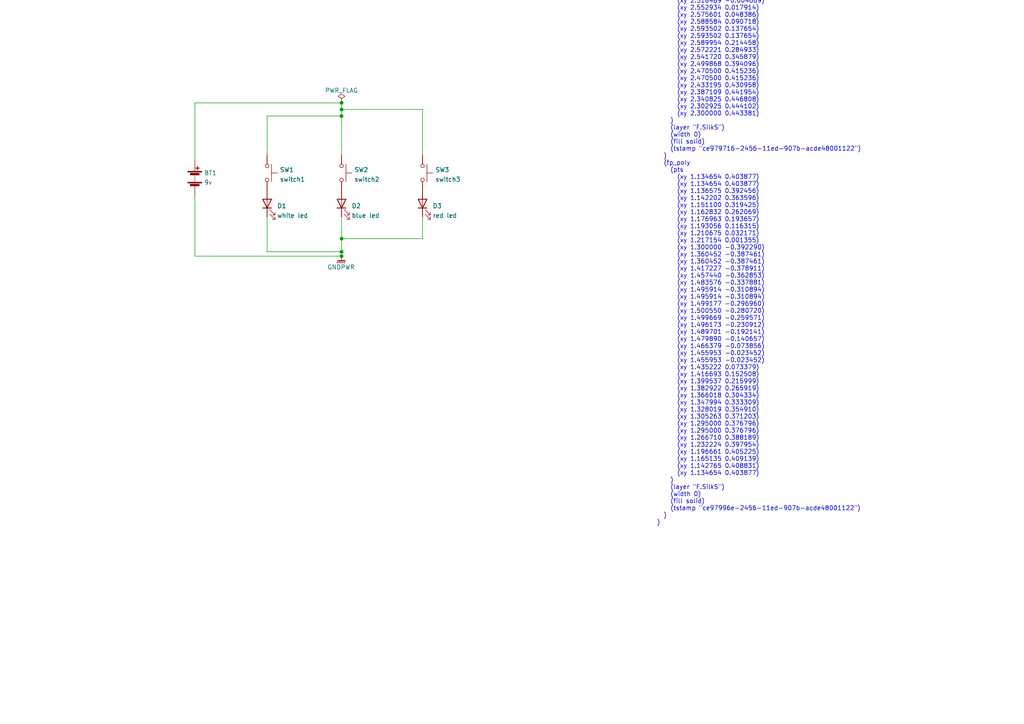
<source format=kicad_sch>
(kicad_sch (version 20211123) (generator eeschema)
  (paper "A4")
  (junction (at 99.06 29.845))
  (junction (at 99.06 31.75))
  (junction (at 99.06 33.655))
  (junction (at 99.06 73.025))
  (junction (at 99.06 69.215))
  (junction (at 99.06 74.295))
  (wire (pts (xy 77.47 33.655) (xy 99.06 33.655)))
  (wire (pts (xy 99.06 73.025) (xy 99.06 74.295)))
  (wire (pts (xy 56.515 29.845) (xy 99.06 29.845)))
  (wire (pts (xy 99.06 62.865) (xy 99.06 69.215)))
  (wire (pts (xy 56.515 56.515) (xy 56.515 74.295)))
  (wire (pts (xy 99.06 33.655) (xy 99.06 45.085)))
  (wire (pts (xy 122.555 45.085) (xy 122.555 31.75)))
  (wire (pts (xy 99.06 69.215) (xy 99.06 73.025)))
  (wire (pts (xy 56.515 74.295) (xy 99.06 74.295)))
  (wire (pts (xy 99.06 31.75) (xy 99.06 33.655)))
  (wire (pts (xy 56.515 46.355) (xy 56.515 29.845)))
  (wire (pts (xy 77.47 45.085) (xy 77.47 33.655)))
  (wire (pts (xy 77.47 62.865) (xy 77.47 73.025)))
  (wire (pts (xy 99.06 69.215) (xy 122.555 69.215)))
  (wire (pts (xy 122.555 62.865) (xy 122.555 69.215)))
  (wire (pts (xy 99.06 29.845) (xy 99.06 31.75)))
  (wire (pts (xy 122.555 31.75) (xy 99.06 31.75)))
  (wire (pts (xy 77.47 73.025) (xy 99.06 73.025)))
  (text "(footprint \"Graphics\"\n  (layer \"F.SilkS\")\n  (at 0 0)\n  (attr board_only exclude_from_pos_files exclude_from_bom)\n  (tstamp \"ce9799be-2456-11ed-907b-acde48001122\")\n  (tedit \"ce9799dc-2456-11ed-907b-acde48001122\")\n  (fp_poly\n    (pts\n      (xy 0.876140 -1.204980)\n      (xy 1.287760 -1.204960)\n      (xy 1.680640 -1.204920)\n      (xy 2.055200 -1.204870)\n      (xy 2.411850 -1.204810)\n      (xy 2.751020 -1.204730)\n      (xy 3.073130 -1.204640)\n      (xy 3.378590 -1.204530)\n      (xy 3.667820 -1.204410)\n      (xy 3.941250 -1.204270)\n      (xy 4.199290 -1.204110)\n      (xy 4.442370 -1.203930)\n      (xy 4.670890 -1.203730)\n      (xy 4.885290 -1.203510)\n      (xy 5.085980 -1.203270)\n      (xy 5.273380 -1.203000)\n      (xy 5.447910 -1.202720)\n      (xy 5.609980 -1.202410)\n      (xy 5.760030 -1.202070)\n      (xy 5.898460 -1.201710)\n      (xy 6.025700 -1.201320)\n      (xy 6.142170 -1.200900)\n      (xy 6.248280 -1.200460)\n      (xy 6.344460 -1.199980)\n      (xy 6.431120 -1.199480)\n      (xy 6.508690 -1.198940)\n      (xy 6.577580 -1.198370)\n      (xy 6.638220 -1.197770)\n      (xy 6.691010 -1.197140)\n      (xy 6.736390 -1.196470)\n      (xy 6.774770 -1.195770)\n      (xy 6.806570 -1.195030)\n      (xy 6.832200 -1.194250)\n      (xy 6.852100 -1.193440)\n      (xy 6.866680 -1.192590)\n      (xy 6.876350 -1.191690)\n      (xy 6.880000 -1.191130)\n      (xy 7.029290 -1.151890)\n      (xy 7.170880 -1.095440)\n      (xy 7.303380 -1.023010)\n      (xy 7.425370 -0.935830)\n      (xy 7.535420 -0.835100)\n      (xy 7.632140 -0.722060)\n      (xy 7.714100 -0.597930)\n      (xy 7.779890 -0.463920)\n      (xy 7.807630 -0.389600)\n      (xy 7.834860 -0.299300)\n      (xy 7.853280 -0.215030)\n      (xy 7.864100 -0.129140)\n      (xy 7.868520 -0.033960)\n      (xy 7.868770 0.000000)\n      (xy 7.859450 0.158100)\n      (xy 7.831560 0.308810)\n      (xy 7.785190 0.451910)\n      (xy 7.720430 0.587170)\n      (xy 7.637380 0.714380)\n      (xy 7.536130 0.833320)\n      (xy 7.494090 0.875180)\n      (xy 7.386880 0.966840)\n      (xy 7.272290 1.043610)\n      (xy 7.147540 1.106980)\n      (xy 7.009830 1.158430)\n      (xy 6.908240 1.187140)\n      (xy 6.903030 1.188260)\n      (xy 6.896190 1.189330)\n      (xy 6.887280 1.190350)\n      (xy 6.875860 1.191320)\n      (xy 6.861460 1.192250)\n      (xy 6.843670 1.193140)\n      (xy 6.822020 1.193980)\n      (xy 6.796070 1.194780)\n      (xy 6.765390 1.195540)\n      (xy 6.729520 1.196260)\n      (xy 6.688010 1.196940)\n      (xy 6.640440 1.197580)\n      (xy 6.586340 1.198190)\n      (xy 6.525280 1.198770)\n      (xy 6.456820 1.199310)\n      (xy 6.380490 1.199820)\n      (xy 6.295880 1.200300)\n      (xy 6.202510 1.200740)\n      (xy 6.099970 1.201170)\n      (xy 5.987780 1.201560)\n      (xy 5.865530 1.201930)\n      (xy 5.732750 1.202270)\n      (xy 5.589010 1.202590)\n      (xy 5.433850 1.202890)\n      (xy 5.266840 1.203160)\n      (xy 5.087530 1.203420)\n      (xy 4.895480 1.203650)\n      (xy 4.690240 1.203870)\n      (xy 4.471360 1.204080)\n      (xy 4.238410 1.204270)\n      (xy 3.990930 1.204440)\n      (xy 3.728490 1.204600)\n      (xy 3.450630 1.204750)\n      (xy 3.156920 1.204890)\n      (xy 2.846900 1.205020)\n      (xy 2.520140 1.205140)\n      (xy 2.176190 1.205260)\n      (xy 1.814600 1.205370)\n      (xy 1.434940 1.205480)\n      (xy 1.036740 1.205580)\n      (xy 0.619580 1.205680)\n      (xy 0.183010 1.205780)\n      (xy 0.040000 1.205820)\n      (xy -0.328190 1.205890)\n      (xy -0.691500 1.205960)\n      (xy -1.049390 1.206010)\n      (xy -1.401370 1.206060)\n      (xy -1.746900 1.206090)\n      (xy -2.085480 1.206110)\n      (xy -2.416600 1.206120)\n      (xy -2.739720 1.206120)\n      (xy -3.054350 1.206110)\n      (xy -3.359950 1.206090)\n      (xy -3.656020 1.206060)\n      (xy -3.942050 1.206020)\n      (xy -4.217500 1.205970)\n      (xy -4.481880 1.205910)\n      (xy -4.734660 1.205840)\n      (xy -4.975320 1.205770)\n      (xy -5.203360 1.205680)\n      (xy -5.418250 1.205580)\n      (xy -5.619480 1.205480)\n      (xy -5.806530 1.205360)\n      (xy -5.978890 1.205240)\n      (xy -6.136030 1.205110)\n      (xy -6.277460 1.204970)\n      (xy -6.402640 1.204820)\n      (xy -6.511070 1.204670)\n      (xy -6.602220 1.204510)\n      (xy -6.675590 1.204340)\n      (xy -6.730650 1.204160)\n      (xy -6.766890 1.203980)\n      (xy -6.783790 1.203790)\n      (xy -6.785000 1.203730)\n      (xy -6.896800 1.184810)\n      (xy -6.994350 1.161850)\n      (xy -7.083280 1.133140)\n      (xy -7.169200 1.096980)\n      (xy -7.217570 1.073130)\n      (xy -7.350020 0.993710)\n      (xy -7.469880 0.899250)\n      (xy -7.576260 0.790930)\n      (xy -7.668260 0.669930)\n      (xy -7.745000 0.537420)\n      (xy -7.805580 0.394600)\n      (xy -7.842710 0.265000)\n      (xy -6.661760 0.265000)\n      (xy -6.660370 0.344790)\n      (xy -6.646360 0.429750)\n      (xy -6.621380 0.511060)\n      (xy -6.610920 0.535810)\n      (xy -6.567530 0.607260)\n      (xy -6.508220 0.669510)\n      (xy -6.435730 0.720490)\n      (xy -6.352820 0.758110)\n      (xy -6.295000 0.774330)\n      (xy -6.233580 0.784970)\n      (xy -6.175000 0.788620)\n      (xy -6.111220 0.785450)\n      (xy -6.058840 0.779210)\n      (xy -5.957520 0.756850)\n      (xy -5.864070 0.719810)\n      (xy -5.781510 0.669650)\n      (xy -5.712850 0.607910)\n      (xy -5.701930 0.595370)\n      (xy -5.665570 0.545250)\n      (xy -5.628290 0.482420)\n      (xy -5.593730 0.413650)\n      (xy -5.565520 0.345710)\n      (xy -5.560610 0.331790)\n      (xy -5.557100 0.320120)\n      (xy -5.466280 0.320120)\n      (xy -5.456130 0.420700)\n      (xy -5.429520 0.515720)\n      (xy -5.409350 0.561240)\n      (xy -5.368960 0.621180)\n      (xy -5.312970 0.675940)\n      (xy -5.245640 0.722560)\n      (xy -5.171260 0.758050)\n      (xy -5.095000 0.779320)\n      (xy -5.037120 0.785090)\n      (xy -4.968040 0.785260)\n      (xy -4.895610 0.780300)\n      (xy -4.827670 0.770740)\n      (xy -4.778630 0.759150)\n      (xy -4.677010 0.717970)\n      (xy -4.584770 0.659640)\n      (xy -4.502700 0.585060)\n      (xy -4.431560 0.495120)\n      (xy -4.372140 0.390740)\n      (xy -4.325220 0.272810)\n      (xy -4.308240 0.215000)\n      (xy -4.298310 0.175280)\n      (xy -4.291160 0.140070)\n      (xy -4.286340 0.104570)\n      (xy -4.283350 0.064000)\n      (xy -4.281730 0.013550)\n      (xy -4.281000 -0.051560)\n      (xy -4.280960 -0.060000)\n      (xy -4.280970 -0.061390)\n      (xy -4.179170 -0.061390)\n      (xy -4.174670 -0.046660)\n      (xy -4.163080 -0.024830)\n      (xy -4.143010 0.007300)\n      (xy -4.114500 0.050750)\n      (xy -4.085850 0.092790)\n      (xy -4.059530 0.129020)\n      (xy -4.038220 0.155960)\n      (xy -4.024560 0.170090)\n      (xy -4.023250 0.170940)\n      (xy -4.012200 0.175130)\n      (xy -3.999650 0.174650)\n      (xy -3.982580 0.168030)\n      (xy -3.957960 0.153800)\n      (xy -3.922800 0.130490)\n      (xy -3.882010 0.102210)\n      (xy -3.847940 0.079290)\n      (xy -3.820180 0.062340)\n      (xy -3.802560 0.053590)\n      (xy -3.798500 0.053170)\n      (xy -3.799130 0.064070)\n      (xy -3.803940 0.091550)\n      (xy -3.812340 0.132780)\n      (xy -3.823750 0.184930)\n      (xy -3.837570 0.245150)\n      (xy -3.845070 0.276850)\n      (xy -3.864840 0.362130)\n      (xy -3.879190 0.431020)\n      (xy -3.888280 0.486350)\n      (xy -3.892280 0.530940)\n      (xy -3.891340 0.567600)\n      (xy -3.885640 0.599150)\n      (xy -3.875340 0.628420)\n      (xy -3.866700 0.646670)\n      (xy -3.828280 0.701100)\n      (xy -3.776850 0.743100)\n      (xy -3.715830 0.771580)\n      (xy -3.648680 0.785470)\n      (xy -3.578830 0.783690)\n      (xy -3.509740 0.765160)\n      (xy -3.500850 0.761400)\n      (xy -3.479360 0.750000)\n      (xy -3.445430 0.729770)\n      (xy -3.427550 0.718620)\n      (xy -3.046630 0.718620)\n      (xy -3.045530 0.728910)\n      (xy -3.043010 0.735740)\n      (xy -3.039350 0.740720)\n      (xy -3.039290 0.740780)\n      (xy -3.030710 0.748320)\n      (xy -3.018620 0.753590)\n      (xy -2.999670 0.757010)\n      (xy -2.970490 0.758950)\n      (xy -2.927710 0.759820)\n      (xy -2.874670 0.760000)\n      (xy -2.812540 0.759500)\n      (xy -2.767940 0.757870)\n      (xy -2.738430 0.754890)\n      (xy -2.721570 0.750370)\n      (xy -2.716360 0.746630)\n      (xy -2.711600 0.733860)\n      (xy -2.703380 0.703970)\n      (xy -2.692270 0.659440)\n      (xy -2.678870 0.602750)\n      (xy -2.663770 0.536360)\n      (xy -2.647560 0.462740)\n      (xy -2.639360 0.424640)\n      (xy -2.622580 0.347370)\n      (xy -2.606400 0.275230)\n      (xy -2.591430 0.210870)\n      (xy -2.578330 0.156940)\n      (xy -2.567730 0.116090)\n      (xy -2.560260 0.090970)\n      (xy -2.558080 0.085500)\n      (xy -2.530500 0.043520)\n      (xy -2.494700 0.006310)\n      (xy -2.463000 -0.015890)\n      (xy -2.424880 -0.027770)\n      (xy -2.381840 -0.029320)\n      (xy -2.342360 -0.020900)\n      (xy -2.322120 -0.009880)\n      (xy -2.308150 0.002850)\n      (xy -2.298280 0.017550)\n      (xy -2.292550 0.036670)\n      (xy -2.291050 0.062660)\n      (xy -2.293850 0.097980)\n      (xy -2.301020 0.145090)\n      (xy -2.312640 0.206450)\n      (xy -2.328770 0.284500)\n      (xy -2.331130 0.295660)\n      (xy -2.346480 0.368710)\n      (xy -2.357910 0.425210)\n      (xy -2.365810 0.468140)\n      (xy -2.370560 0.500490)\n      (xy -2.372540 0.525230)\n      (xy -2.372140 0.545340)\n      (xy -2.369750 0.563820)\n      (xy -2.367330 0.576260)\n      (xy -2.344980 0.644280)\n      (xy -2.308640 0.698820)\n      (xy -2.257090 0.741270)\n      (xy -2.191680 0.772100)\n      (xy -2.126250 0.785440)\n      (xy -2.055450 0.782070)\n      (xy -1.984280 0.762350)\n      (xy -1.968680 0.755680)\n      (xy -1.928530 0.735260)\n      (xy -1.887020 0.711090)\n      (xy -1.869940 0.699960)\n      (xy -1.824250 0.668520)\n      (xy -1.830810 0.694660)\n      (xy -1.830020 0.724100)\n      (xy -1.819640 0.740400)\n      (xy -1.811030 0.748070)\n      (xy -1.799170 0.753450)\n      (xy -1.780670 0.756930)\n      (xy -1.752150 0.758910)\n      (xy -1.710250 0.759800)\n      (xy -1.654670 0.760000)\n      (xy -1.592540 0.759500)\n      (xy -1.547940 0.757870)\n      (xy -1.518430 0.754890)\n      (xy -1.501570 0.750370)\n      (xy -1.496360 0.746630)\n      (xy -1.491600 0.733860)\n      (xy -1.483380 0.703970)\n      (xy -1.472270 0.659440)\n      (xy -1.458870 0.602750)\n      (xy -1.443770 0.536360)\n      (xy -1.427560 0.462740)\n      (xy -1.419360 0.424640)\n      (xy -1.402580 0.347370)\n      (xy -1.386400 0.275230)\n      (xy -1.371430 0.210870)\n      (xy -1.358330 0.156940)\n      (xy -1.347730 0.116090)\n      (xy -1.340260 0.090970)\n      (xy -1.338080 0.085500)\n      (xy -1.310500 0.043520)\n      (xy -1.274700 0.006310)\n      (xy -1.243000 -0.015890)\n      (xy -1.204880 -0.027770)\n      (xy -1.161840 -0.029320)\n      (xy -1.122360 -0.020900)\n      (xy -1.102120 -0.009880)\n      (xy -1.088150 0.002850)\n      (xy -1.078280 0.017550)\n      (xy -1.072550 0.036670)\n      (xy -1.071050 0.062660)\n      (xy -1.073850 0.097980)\n      (xy -1.081020 0.145090)\n      (xy -1.092640 0.206450)\n      (xy -1.108770 0.284500)\n      (xy -1.111130 0.295660)\n      (xy -1.126480 0.368710)\n      (xy -1.137910 0.425210)\n      (xy -1.145810 0.468140)\n      (xy -1.150560 0.500490)\n      (xy -1.152540 0.525230)\n      (xy -1.152140 0.545340)\n      (xy -1.149750 0.563820)\n      (xy -1.147330 0.576260)\n      (xy -1.136500 0.614970)\n      (xy -1.121910 0.651710)\n      (xy -1.113970 0.666660)\n      (xy -1.074360 0.713040)\n      (xy -1.021080 0.750000)\n      (xy -0.959140 0.775290)\n      (xy -0.893550 0.786690)\n      (xy -0.848810 0.785280)\n      (xy -0.807700 0.776050)\n      (xy -0.760950 0.759030)\n      (xy -0.712210 0.736380)\n      (xy -0.665090 0.710230)\n      (xy -0.623240 0.682740)\n      (xy -0.590300 0.656040)\n      (xy -0.569890 0.632290)\n      (xy -0.565000 0.617900)\n      (xy -0.570430 0.601300)\n      (xy -0.584910 0.572780)\n      (xy -0.593710 0.557540)\n      (xy 0.614490 0.557540)\n      (xy 0.614510 0.608410)\n      (xy 0.615780 0.657300)\n      (xy 0.618290 0.699820)\n      (xy 0.622030 0.731580)\n      (xy 0.627000 0.748180)\n      (xy 0.627500 0.748780)\n      (xy 0.641550 0.752890)\n      (xy 0.672720 0.755980)\n      (xy 0.718160 0.758090)\n      (xy 0.775010 0.759280)\n      (xy 0.840430 0.759600)\n      (xy 0.911570 0.759110)\n      (xy 0.985560 0.757840)\n      (xy 1.059580 0.755870)\n      (xy 1.130750 0.753220)\n      (xy 1.196230 0.749970)\n      (xy 1.253170 0.746150)\n      (xy 1.298720 0.741830)\n      (xy 1.330020 0.737040)\n      (xy 1.334470 0.736000)\n      (xy 1.436330 0.700340)\n      (xy 1.525350 0.649390)\n      (xy 1.601610 0.583080)\n      (xy 1.665180 0.501330)\n      (xy 1.716120 0.404090)\n      (xy 1.735810 0.352750)\n      (xy 1.740720 0.336010)\n      (xy 1.840850 0.336010)\n      (xy 1.848620 0.420110)\n      (xy 1.869020 0.497620)\n      (xy 1.889700 0.547470)\n      (xy 1.937290 0.626720)\n      (xy 1.997160 0.691340)\n      (xy 2.067320 0.740350)\n      (xy 2.145810 0.772740)\n      (xy 2.230640 0.787510)\n      (xy 2.319830 0.783650)\n      (xy 2.347010 0.778750)\n      (xy 2.425710 0.754450)\n      (xy 2.492000 0.718230)\n      (xy 2.521710 0.694040)\n      (xy 2.556600 0.661130)\n      (xy 2.587400 0.696210)\n      (xy 2.640390 0.742320)\n      (xy 2.703610 0.771440)\n      (xy 2.777480 0.783740)\n      (xy 2.795000 0.784210)\n      (xy 2.839970 0.782920)\n      (xy 2.875040 0.777150)\n      (xy 2.910170 0.764730)\n      (xy 2.935000 0.753360)\n      (xy 2.985710 0.726600)\n      (xy 3.032860 0.697230)\n      (xy 3.073320 0.667690)\n      (xy 3.103920 0.640390)\n      (xy 3.121520 0.617780)\n      (xy 3.124520 0.607390)\n      (xy 3.118860 0.590870)\n      (xy 3.103770 0.562050)\n      (xy 3.081500 0.524890)\n      (xy 3.054290 0.483320)\n      (xy 3.052020 0.480000)\n      (xy 3.016080 0.429700)\n      (xy 2.987670 0.395490)\n      (xy 2.964790 0.375900)\n      (xy 2.959630 0.374170)\n      (xy 3.096900 0.374170)\n      (xy 3.099850 0.434790)\n      (xy 3.106590 0.483360)\n      (xy 3.109620 0.495610)\n      (xy 3.143590 0.583670)\n      (xy 3.190110 0.656230)\n      (xy 3.249050 0.713150)\n      (xy 3.320250 0.754320)\n      (xy 3.403600 0.779620)\n      (xy 3.441690 0.785420)\n      (xy 3.525830 0.786600)\n      (xy 3.613040 0.773120)\n      (xy 3.694780 0.746500)\n      (xy 3.717020 0.736150)\n      (xy 3.784030 0.702330)\n      (xy 3.777870 0.733670)\n      (xy 3.771150 0.765070)\n      (xy 3.765140 0.790000)\n      (xy 3.758570 0.815000)\n      (xy 3.485110 0.817660)\n      (xy 3.388800 0.819020)\n      (xy 3.311910 0.821020)\n      (xy 3.254590 0.823660)\n      (xy 3.216970 0.826930)\n      (xy 3.199190 0.830820)\n      (xy 3.198330 0.831390)\n      (xy 3.192940 0.845620)\n      (xy 3.188830 0.875400)\n      (xy 3.186000 0.916300)\n      (xy 3.184470 0.963920)\n      (xy 3.184270 1.013830)\n      (xy 3.185410 1.061610)\n      (xy 3.187910 1.102860)\n      (xy 3.191790 1.133150)\n      (xy 3.197000 1.148000)\n      (xy 3.210210 1.151410)\n      (xy 3.240590 1.154300)\n      (xy 3.285340 1.156650)\n      (xy 3.341620 1.158460)\n      (xy 3.406640 1.159740)\n      (xy 3.477570 1.160490)\n      (xy 3.551590 1.160700)\n      (xy 3.625890 1.160380)\n      (xy 3.697650 1.159530)\n      (xy 3.764050 1.158130)\n      (xy 3.822290 1.156200)\n      (xy 3.869540 1.153740)\n      (xy 3.902980 1.150730)\n      (xy 3.917360 1.148110)\n      (xy 3.958030 1.128670)\n      (xy 4.000120 1.096870)\n      (xy 4.037510 1.058390)\n      (xy 4.064050 1.018940)\n      (xy 4.069180 1.007220)\n      (xy 4.073720 0.990860)\n      (xy 4.081820 0.957200)\n      (xy 4.093060 0.908270)\n      (xy 4.107010 0.846120)\n      (xy 4.123220 0.772780)\n      (xy 4.141270 0.690300)\n      (xy 4.160720 0.600710)\n      (xy 4.181130 0.506060)\n      (xy 4.195300 0.440000)\n      (xy 4.321440 0.440000)\n      (xy 4.321830 0.488450)\n      (xy 4.324680 0.523650)\n      (xy 4.331080 0.552330)\n      (xy 4.342150 0.581190)\n      (xy 4.346350 0.590460)\n      (xy 4.366270 0.627940)\n      (xy 4.389460 0.663870)\n      (xy 4.402820 0.680990)\n      (xy 4.442620 0.716370)\n      (xy 4.494100 0.748320)\n      (xy 4.549010 0.772150)\n      (xy 4.577230 0.780000)\n      (xy 4.636490 0.786130)\n      (xy 4.703900 0.782980)\n      (xy 4.770350 0.771360)\n      (xy 4.808450 0.759720)\n      (xy 4.863030 0.732140)\n      (xy 4.912030 0.694600)\n      (xy 4.912670 0.693990)\n      (xy 4.936380 0.671780)\n      (xy 4.953350 0.656860)\n      (xy 4.959630 0.652560)\n      (xy 4.989000 0.693930)\n      (xy 5.032970 0.731720)\n      (xy 5.086160 0.762350)\n      (xy 5.143190 0.782260)\n      (xy 5.160950 0.785720)\n      (xy 5.208740 0.786810)\n      (xy 5.264270 0.778560)\n      (xy 5.318640 0.762720)\n      (xy 5.349890 0.748780)\n      (xy 5.387290 0.726450)\n      (xy 5.425300 0.699970)\n      (xy 5.459600 0.672810)\n      (xy 5.485870 0.648400)\n      (xy 5.499810 0.630190)\n      (xy 5.500520 0.628360)\n      (xy 5.499520 0.613190)\n      (xy 5.488820 0.588390)\n      (xy 5.467380 0.551940)\n      (xy 5.438400 0.508030)\n      (xy 5.399090 0.452560)\n      (xy 5.367820 0.413850)\n      (xy 5.343550 0.390850)\n      (xy 5.325210 0.382490)\n      (xy 5.315440 0.384730)\n      (xy 5.305860 0.385750)\n      (xy 5.305020 0.383090)\n      (xy 5.307090 0.371700)\n      (xy 5.312950 0.343150)\n      (xy 5.322090 0.299780)\n      (xy 5.334020 0.243970)\n      (xy 5.348230 0.178070)\n      (xy 5.364210 0.104440)\n      (xy 5.375000 0.055000)\n      (xy 5.391910 -0.022970)\n      (xy 5.407350 -0.095320)\n      (xy 5.413040 -0.122480)\n      (xy 5.535480 -0.122480)\n      (xy 5.535480 -0.122130)\n      (xy 5.541710 -0.103700)\n      (xy 5.558050 -0.074580)\n      (xy 5.581610 -0.038660)\n      (xy 5.609480 0.000210)\n      (xy 5.638780 0.038150)\n      (xy 5.666600 0.071290)\n      (xy 5.690060 0.095760)\n      (xy 5.706250 0.107700)\n      (xy 5.707840 0.108160)\n      (xy 5.725480 0.104480)\n      (xy 5.751270 0.091370)\n      (xy 5.767110 0.080760)\n      (xy 5.792040 0.063310)\n      (xy 5.810260 0.052170)\n      (xy 5.815690 0.050000)\n      (xy 5.817110 0.053870)\n      (xy 5.816160 0.066630)\n      (xy 5.812510 0.089970)\n      (xy 5.805840 0.125580)\n      (xy 5.795840 0.175180)\n      (xy 5.782170 0.240440)\n      (xy 5.764510 0.323090)\n      (xy 5.759260 0.347500)\n      (xy 5.743640 0.420000)\n      (xy 5.660030 0.420000)\n      (xy 5.618160 0.420360)\n      (xy 5.587920 0.423300)\n      (xy 5.567430 0.431620)\n      (xy 5.554780 0.448130)\n      (xy 5.548090 0.475620)\n      (xy 5.545460 0.516900)\n      (xy 5.545000 0.574760)\n      (xy 5.545000 0.590000)\n      (xy 5.545410 0.647930)\n      (xy 5.546840 0.689090)\n      (xy 5.549630 0.716710)\n      (xy 5.554110 0.733990)\n      (xy 5.560600 0.744170)\n      (xy 5.560710 0.744290)\n      (xy 5.566950 0.748470)\n      (xy 5.577720 0.751850)\n      (xy 5.594990 0.754520)\n      (xy 5.620700 0.756550)\n      (xy 5.656820 0.758020)\n      (xy 5.705300 0.759020)\n      (xy 5.768090 0.759630)\n      (xy 5.847140 0.759930)\n      (xy 5.935000 0.760000)\n      (xy 6.030580 0.759910)\n      (xy 6.108110 0.759590)\n      (xy 6.169550 0.758950)\n      (xy 6.216850 0.757910)\n      (xy 6.251970 0.756390)\n      (xy 6.276860 0.754310)\n      (xy 6.293470 0.751580)\n      (xy 6.303760 0.748130)\n      (xy 6.309290 0.744290)\n      (xy 6.315810 0.734190)\n      (xy 6.320310 0.717030)\n      (xy 6.323130 0.689590)\n      (xy 6.324580 0.648640)\n      (xy 6.325000 0.590980)\n      (xy 6.325000 0.590000)\n      (xy 6.324830 0.528100)\n      (xy 6.322910 0.483400)\n      (xy 6.317120 0.453100)\n      (xy 6.305310 0.434410)\n      (xy 6.285380 0.424530)\n      (xy 6.255180 0.420650)\n      (xy 6.212600 0.419990)\n      (xy 6.195740 0.420000)\n      (xy 6.097910 0.420000)\n      (xy 6.131290 0.267500)\n      (xy 6.148280 0.192190)\n      (xy 6.162810 0.133820)\n      (xy 6.175890 0.089630)\n      (xy 6.188520 0.056850)\n      (xy 6.201720 0.032740)\n      (xy 6.216460 0.014530)\n      (xy 6.226490 0.005280)\n      (xy 6.254310 -0.012400)\n      (xy 6.287180 -0.019440)\n      (xy 6.304540 -0.020000)\n      (xy 6.338810 -0.017530)\n      (xy 6.360910 -0.007910)\n      (xy 6.373130 0.012150)\n      (xy 6.377750 0.045960)\n      (xy 6.377500 0.085390)\n      (xy 6.376610 0.120750)\n      (xy 6.378480 0.146470)\n      (xy 6.385770 0.163860)\n      (xy 6.401100 0.174190)\n      (xy 6.427130 0.178760)\n      (xy 6.466480 0.178870)\n      (xy 6.521790 0.175800)\n      (xy 6.557350 0.173400)\n      (xy 6.620900 0.168810)\n      (xy 6.667520 0.163620)\n      (xy 6.700210 0.155870)\n      (xy 6.721990 0.143580)\n      (xy 6.735860 0.124780)\n      (xy 6.744850 0.097490)\n      (xy 6.751960 0.059740)\n      (xy 6.754480 0.044250)\n      (xy 6.761490 -0.046100)\n      (xy 6.752530 -0.127760)\n      (xy 6.728170 -0.199390)\n      (xy 6.688990 -0.259650)\n      (xy 6.635570 -0.307180)\n      (xy 6.592420 -0.331100)\n      (xy 6.558800 -0.343950)\n      (xy 6.524610 -0.351180)\n      (xy 6.482180 -0.354080)\n      (xy 6.455000 -0.354320)\n      (xy 6.372460 -0.347560)\n      (xy 6.302820 -0.327260)\n      (xy 6.243430 -0.292490)\n      (xy 6.217990 -0.270570)\n      (xy 6.176840 -0.231020)\n      (xy 6.128330 -0.279530)\n      (xy 6.071320 -0.323040)\n      (xy 6.005790 -0.349600)\n      (xy 5.934420 -0.358850)\n      (xy 5.859890 -0.350400)\n      (xy 5.791210 -0.326840)\n      (xy 5.761110 -0.310570)\n      (xy 5.720850 -0.285390)\n      (xy 5.675910 -0.254850)\n      (xy 5.635630 -0.225470)\n      (xy 5.592770 -0.192390)\n      (xy 5.563840 -0.168140)\n      (xy 5.546310 -0.150130)\n      (xy 5.537700 -0.135770)\n      (xy 5.535480 -0.122480)\n      (xy 5.413040 -0.122480)\n      (xy 5.420810 -0.159570)\n      (xy 5.431780 -0.213240)\n      (xy 5.439750 -0.253860)\n      (xy 5.444200 -0.278930)\n      (xy 5.444980 -0.285500)\n      (xy 5.443290 -0.301750)\n      (xy 5.436370 -0.313530)\n      (xy 5.421490 -0.321520)\n      (xy 5.395930 -0.326450)\n      (xy 5.356960 -0.329020)\n      (xy 5.301850 -0.329940)\n      (xy 5.273710 -0.330000)\n      (xy 5.212100 -0.329530)\n      (xy 5.167750 -0.327970)\n      (xy 5.137930 -0.325080)\n      (xy 5.119920 -0.320620)\n      (xy 5.112370 -0.315940)\n      (xy 5.105520 -0.301650)\n      (xy 5.095870 -0.271470)\n      (xy 5.084460 -0.229150)\n      (xy 5.072330 -0.178420)\n      (xy 5.065770 -0.148440)\n      (xy 5.042650 -0.039890)\n      (xy 5.023070 0.050930)\n      (xy 5.006550 0.125870)\n      (xy 4.992640 0.186810)\n      (xy 4.980860 0.235600)\n      (xy 4.970750 0.274110)\n      (xy 4.961840 0.304200)\n      (xy 4.953670 0.327730)\n      (xy 4.945770 0.346560)\n      (xy 4.938200 0.361600)\n      (xy 4.909870 0.406410)\n      (xy 4.880340 0.434770)\n      (xy 4.844500 0.449890)\n      (xy 4.797250 0.454920)\n      (xy 4.788380 0.455000)\n      (xy 4.751400 0.454020)\n      (xy 4.728320 0.449940)\n      (xy 4.713100 0.441070)\n      (xy 4.704120 0.431390)\n      (xy 4.695510 0.418120)\n      (xy 4.689760 0.401560)\n      (xy 4.687070 0.379720)\n      (xy 4.687680 0.350600)\n      (xy 4.691790 0.312200)\n      (xy 4.699640 0.262540)\n      (xy 4.711440 0.199610)\n      (xy 4.727410 0.121410)\n      (xy 4.747780 0.025960)\n      (xy 4.750100 0.015240)\n      (xy 4.766220 -0.059450)\n      (xy 4.780890 -0.127810)\n      (xy 4.793580 -0.187390)\n      (xy 4.803770 -0.235760)\n      (xy 4.810970 -0.270470)\n      (xy 4.814630 -0.289100)\n      (xy 4.815000 -0.291540)\n      (xy 4.808710 -0.303450)\n      (xy 4.799290 -0.314290)\n      (xy 4.782940 -0.320800)\n      (xy 4.751380 -0.325780)\n      (xy 4.709030 -0.329220)\n      (xy 4.660300 -0.331090)\n      (xy 4.609620 -0.331350)\n      (xy 4.561400 -0.329990)\n      (xy 4.520070 -0.326970)\n      (xy 4.490040 -0.322270)\n      (xy 4.476010 -0.316220)\n      (xy 4.471180 -0.303420)\n      (xy 4.462750 -0.273470)\n      (xy 4.451310 -0.228780)\n      (xy 4.437450 -0.171750)\n      (xy 4.421760 -0.104790)\n      (xy 4.404830 -0.030310)\n      (xy 4.393380 0.021280)\n      (xy 4.372920 0.115180)\n      (xy 4.356630 0.192200)\n      (xy 4.344050 0.254950)\n      (xy 4.334750 0.306010)\n      (xy 4.328290 0.347990)\n      (xy 4.324200 0.383460)\n      (xy 4.322060 0.415030)\n      (xy 4.321440 0.440000)\n      (xy 4.195300 0.440000)\n      (xy 4.202070 0.408370)\n      (xy 4.223110 0.309700)\n      (xy 4.243800 0.212080)\n      (xy 4.263730 0.117550)\n      (xy 4.282440 0.028140)\n      (xy 4.299510 -0.054090)\n      (xy 4.314500 -0.127120)\n      (xy 4.326980 -0.188900)\n      (xy 4.336510 -0.237400)\n      (xy 4.342660 -0.270570)\n      (xy 4.344990 -0.286370)\n      (xy 4.345000 -0.286750)\n      (xy 4.343210 -0.302570)\n      (xy 4.336010 -0.314020)\n      (xy 4.320700 -0.321800)\n      (xy 4.294550 -0.326590)\n      (xy 4.254850 -0.329080)\n      (xy 4.198880 -0.329950)\n      (xy 4.173710 -0.330000)\n      (xy 4.109240 -0.329390)\n      (xy 4.062130 -0.327090)\n      (xy 4.029770 -0.322380)\n      (xy 4.009570 -0.314540)\n      (xy 3.998900 -0.302860)\n      (xy 3.995160 -0.286620)\n      (xy 3.995000 -0.280950)\n      (xy 3.992220 -0.262530)\n      (xy 3.982450 -0.259710)\n      (xy 3.963520 -0.272580)\n      (xy 3.952150 -0.282860)\n      (xy 3.904960 -0.318050)\n      (xy 3.849170 -0.341460)\n      (xy 3.780850 -0.354490)\n      (xy 3.745460 -0.357330)\n      (xy 3.637380 -0.355090)\n      (xy 3.538860 -0.335740)\n      (xy 3.448010 -0.298550)\n      (xy 3.362960 -0.242790)\n      (xy 3.299380 -0.185890)\n      (xy 3.223360 -0.095970)\n      (xy 3.164560 0.004070)\n      (xy 3.122780 0.114580)\n      (xy 3.119860 0.125000)\n      (xy 3.109220 0.176910)\n      (xy 3.101740 0.239530)\n      (xy 3.097580 0.307190)\n      (xy 3.096900 0.374170)\n      (xy 2.959630 0.374170)\n      (xy 2.945470 0.369410)\n      (xy 2.927710 0.374550)\n      (xy 2.919450 0.380460)\n      (xy 2.907580 0.388240)\n      (xy 2.905000 0.387650)\n      (xy 2.907010 0.377080)\n      (xy 2.912700 0.349250)\n      (xy 2.921610 0.306460)\n      (xy 2.933240 0.251020)\n      (xy 2.947120 0.185230)\n      (xy 2.962760 0.111390)\n      (xy 2.974960 0.053930)\n      (xy 2.991620 -0.024700)\n      (xy 3.006850 -0.097290)\n      (xy 3.020190 -0.161470)\n      (xy 3.031140 -0.214870)\n      (xy 3.039210 -0.255140)\n      (xy 3.043920 -0.279910)\n      (xy 3.044960 -0.286790)\n      (xy 3.038510 -0.302790)\n      (xy 3.029290 -0.314290)\n      (xy 3.019580 -0.320600)\n      (xy 3.003090 -0.325030)\n      (xy 2.976720 -0.327870)\n      (xy 2.937350 -0.329420)\n      (xy 2.881870 -0.329980)\n      (xy 2.865510 -0.330000)\n      (xy 2.805280 -0.329780)\n      (xy 2.761940 -0.328480)\n      (xy 2.732370 -0.325120)\n      (xy 2.713480 -0.318720)\n      (xy 2.702150 -0.308300)\n      (xy 2.695270 -0.292890)\n      (xy 2.690560 -0.275010)\n      (xy 2.684500 -0.255710)\n      (xy 2.677900 -0.253650)\n      (xy 2.671690 -0.260420)\n      (xy 2.632900 -0.297040)\n      (xy 2.579490 -0.326930)\n      (xy 2.516230 -0.348180)\n      (xy 2.447900 -0.358910)\n      (xy 2.420680 -0.359830)\n      (xy 2.316360 -0.350260)\n      (xy 2.219690 -0.322880)\n      (xy 2.131670 -0.278740)\n      (xy 2.053320 -0.218910)\n      (xy 1.985650 -0.144420)\n      (xy 1.929680 -0.056350)\n      (xy 1.886420 0.044260)\n      (xy 1.856880 0.156350)\n      (xy 1.844980 0.240310)\n      (xy 1.840850 0.336010)\n      (xy 1.740720 0.336010)\n      (xy 1.743250 0.327340)\n      (xy 1.753900 0.285640)\n      (xy 1.766990 0.230950)\n      (xy 1.781730 0.166600)\n      (xy 1.797370 0.095900)\n      (xy 1.811460 0.030000)\n      (xy 1.832410 -0.072530)\n      (xy 1.848350 -0.158220)\n      (xy 1.859470 -0.229530)\n      (xy 1.865930 -0.288940)\n      (xy 1.867910 -0.338920)\n      (xy 1.865590 -0.381940)\n      (xy 1.859150 -0.420470)\n      (xy 1.848770 -0.456980)\n      (xy 1.846770 -0.462750)\n      (xy 1.808510 -0.541820)\n      (xy 1.754090 -0.609610)\n      (xy 1.684470 -0.665190)\n      (xy 1.600600 -0.707630)\n      (xy 1.590000 -0.711670)\n      (xy 1.572810 -0.717640)\n      (xy 1.555530 -0.722480)\n      (xy 1.535800 -0.726320)\n      (xy 1.511290 -0.729330)\n      (xy 1.479630 -0.731650)\n      (xy 1.438470 -0.733440)\n      (xy 1.385480 -0.734840)\n      (xy 1.318280 -0.736020)\n      (xy 1.234530 -0.737130)\n      (xy 1.189000 -0.737660)\n      (xy 1.096580 -0.738650)\n      (xy 1.022120 -0.739210)\n      (xy 0.963550 -0.739270)\n      (xy 0.918850 -0.738760)\n      (xy 0.885960 -0.737610)\n      (xy 0.862830 -0.735750)\n      (xy 0.847430 -0.733100)\n      (xy 0.837700 -0.729600)\n      (xy 0.831600 -0.725170)\n      (xy 0.831500 -0.725070)\n      (xy 0.824910 -0.715550)\n      (xy 0.820290 -0.700230)\n      (xy 0.817320 -0.675870)\n      (xy 0.815680 -0.639260)\n      (xy 0.815050 -0.587170)\n      (xy 0.815000 -0.561290)\n      (xy 0.815740 -0.493870)\n      (xy 0.818010 -0.445440)\n      (xy 0.821880 -0.415010)\n      (xy 0.827000 -0.402000)\n      (xy 0.843550 -0.394910)\n      (xy 0.871860 -0.390600)\n      (xy 0.887670 -0.390000)\n      (xy 0.916700 -0.389010)\n      (xy 0.930020 -0.384900)\n      (xy 0.931910 -0.375950)\n      (xy 0.931010 -0.372500)\n      (xy 0.927730 -0.358810)\n      (xy 0.920850 -0.327970)\n      (xy 0.910900 -0.282400)\n      (xy 0.898400 -0.224500)\n      (xy 0.883870 -0.156710)\n      (xy 0.867850 -0.081440)\n      (xy 0.855880 -0.025000)\n      (xy 0.838730 0.056060)\n      (xy 0.822420 0.133070)\n      (xy 0.807540 0.203290)\n      (xy 0.794660 0.263950)\n      (xy 0.784380 0.312290)\n      (xy 0.777290 0.345560)\n      (xy 0.774720 0.357500)\n      (xy 0.763340 0.410000)\n      (xy 0.701170 0.410000)\n      (xy 0.665420 0.411870)\n      (xy 0.638160 0.416770)\n      (xy 0.627000 0.422000)\n      (xy 0.621970 0.436920)\n      (xy 0.618210 0.467410)\n      (xy 0.615720 0.509080)\n      (xy 0.614490 0.557540)\n      (xy -0.593710 0.557540)\n      (xy -0.605780 0.536600)\n      (xy -0.630350 0.497040)\n      (xy -0.655930 0.458360)\n      (xy -0.679830 0.424820)\n      (xy -0.699390 0.400700)\n      (xy -0.705390 0.394650)\n      (xy -0.733000 0.382000)\n      (xy -0.749650 0.382380)\n      (xy -0.768470 0.384940)\n      (xy -0.775000 0.384080)\n      (xy -0.772910 0.373750)\n      (xy -0.767170 0.347420)\n      (xy -0.758540 0.308620)\n      (xy -0.747810 0.260840)\n      (xy -0.742640 0.237970)\n      (xy -0.728180 0.170430)\n      (xy -0.718590 0.115090)\n      (xy -0.712990 0.065000)\n      (xy -0.710500 0.013190)\n      (xy -0.710140 -0.020000)\n      (xy -0.710470 -0.071250)\n      (xy -0.712170 -0.107910)\n      (xy -0.716130 -0.135400)\n      (xy -0.723230 -0.159130)\n      (xy -0.734350 -0.184500)\n      (xy -0.738180 -0.192390)\n      (xy -0.779690 -0.256140)\n      (xy -0.834050 -0.304590)\n      (xy -0.901220 -0.337690)\n      (xy -0.981130 -0.355410)\n      (xy -0.999860 -0.357200)\n      (xy -1.088600 -0.354000)\n      (xy -1.175580 -0.331210)\n      (xy -1.234020 -0.304060)\n      (xy -1.259230 -0.290680)\n      (xy -1.275630 -0.283070)\n      (xy -1.279020 -0.282350)\n      (xy -1.285780 -0.298650)\n      (xy -1.294220 -0.310210)\n      (xy -1.307630 -0.317920)\n      (xy -1.329290 -0.322660)\n      (xy -1.362490 -0.325340)\n      (xy -1.410520 -0.326830)\n      (xy -1.446070 -0.327490)\n      (xy -1.498560 -0.327800)\n      (xy -1.544470 -0.326920)\n      (xy -1.579810 -0.325030)\n      (xy -1.600600 -0.322290)\n      (xy -1.603760 -0.321120)\n      (xy -1.609340 -0.309060)\n      (xy -1.618440 -0.278350)\n      (xy -1.630850 -0.229950)\n      (xy -1.646320 -0.164860)\n      (xy -1.664620 -0.084070)\n      (xy -1.685520 0.011460)\n      (xy -1.706810 0.111370)\n      (xy -1.725730 0.200950)\n      (xy -1.743510 0.284730)\n      (xy -1.759690 0.360640)\n      (xy -1.773830 0.426570)\n      (xy -1.785480 0.480470)\n      (xy -1.794200 0.520240)\n      (xy -1.799530 0.543790)\n      (xy -1.800940 0.549330)\n      (xy -1.808290 0.548660)\n      (xy -1.824250 0.532050)\n      (xy -1.847520 0.500960)\n      (xy -1.858940 0.484260)\n      (xy -1.889910 0.439150)\n      (xy -1.913250 0.408750)\n      (xy -1.931610 0.390630)\n      (xy -1.947650 0.382370)\n      (xy -1.964020 0.381510)\n      (xy -1.969940 0.382440)\n      (xy -1.988630 0.384950)\n      (xy -1.995000 0.384080)\n      (xy -1.992910 0.373750)\n      (xy -1.987170 0.347420)\n      (xy -1.978540 0.308620)\n      (xy -1.967810 0.260840)\n      (xy -1.962640 0.237970)\n      (xy -1.948180 0.170430)\n      (xy -1.938590 0.115090)\n      (xy -1.932990 0.065000)\n      (xy -1.930500 0.013190)\n      (xy -1.930140 -0.020000)\n      (xy -1.930470 -0.071250)\n      (xy -1.932170 -0.107910)\n      (xy -1.936130 -0.135400)\n      (xy -1.943230 -0.159130)\n      (xy -1.954350 -0.184500)\n      (xy -1.958180 -0.192390)\n      (xy -1.999690 -0.256140)\n      (xy -2.054050 -0.304590)\n      (xy -2.121220 -0.337690)\n      (xy -2.201130 -0.355410)\n      (xy -2.219860 -0.357200)\n      (xy -2.308600 -0.354000)\n      (xy -2.395580 -0.331210)\n      (xy -2.454020 -0.304060)\n      (xy -2.479230 -0.290680)\n      (xy -2.495630 -0.283070)\n      (xy -2.499020 -0.282350)\n      (xy -2.505780 -0.298650)\n      (xy -2.514220 -0.310210)\n      (xy -2.527630 -0.317920)\n      (xy -2.549290 -0.322660)\n      (xy -2.582490 -0.325340)\n      (xy -2.630520 -0.326830)\n      (xy -2.666070 -0.327490)\n      (xy -2.718560 -0.327790)\n      (xy -2.764480 -0.326920)\n      (xy -2.799840 -0.325020)\n      (xy -2.820640 -0.322270)\n      (xy -2.823800 -0.321100)\n      (xy -2.829130 -0.309200)\n      (xy -2.838110 -0.278440)\n      (xy -2.850560 -0.229610)\n      (xy -2.866310 -0.163470)\n      (xy -2.885160 -0.080810)\n      (xy -2.906930 0.017610)\n      (xy -2.931450 0.131000)\n      (xy -2.947140 0.204680)\n      (xy -2.971250 0.318550)\n      (xy -2.991440 0.414470)\n      (xy -3.008000 0.494060)\n      (xy -3.021210 0.558920)\n      (xy -3.031350 0.610660)\n      (xy -3.038680 0.650890)\n      (xy -3.043480 0.681220)\n      (xy -3.046040 0.703260)\n      (xy -3.046630 0.718620)\n      (xy -3.427550 0.718620)\n      (xy -3.402490 0.702980)\n      (xy -3.354000 0.671900)\n      (xy -3.303400 0.638810)\n      (xy -3.254140 0.605950)\n      (xy -3.209670 0.575610)\n      (xy -3.173430 0.550050)\n      (xy -3.148880 0.531530)\n      (xy -3.141670 0.525240)\n      (xy -3.128250 0.503650)\n      (xy -3.125000 0.488570)\n      (xy -3.130750 0.471530)\n      (xy -3.146170 0.443040)\n      (xy -3.168470 0.407090)\n      (xy -3.194900 0.367670)\n      (xy -3.222670 0.328740)\n      (xy -3.249020 0.294300)\n      (xy -3.271190 0.268330)\n      (xy -3.286390 0.254800)\n      (xy -3.288240 0.253970)\n      (xy -3.303300 0.255180)\n      (xy -3.328310 0.266270)\n      (xy -3.365140 0.288220)\n      (xy -3.411690 0.319290)\n      (xy -3.454760 0.348520)\n      (xy -3.483940 0.367070)\n      (xy -3.501470 0.376050)\n      (xy -3.509610 0.376550)\n      (xy -3.510610 0.369710)\n      (xy -3.510240 0.367900)\n      (xy -3.506280 0.351300)\n      (xy -3.498450 0.318690)\n      (xy -3.487570 0.273510)\n      (xy -3.474470 0.219200)\n      (xy -3.459970 0.159190)\n      (xy -3.458960 0.155000)\n      (xy -3.438420 0.066250)\n      (xy -3.423980 -0.006200)\n      (xy -3.415450 -0.065070)\n      (xy -3.412660 -0.113060)\n      (xy -3.415420 -0.152870)\n      (xy -3.423560 -0.187200)\n      (xy -3.434410 -0.213780)\n      (xy -3.472110 -0.269910)\n      (xy -3.522980 -0.313360)\n      (xy -3.583840 -0.342940)\n      (xy -3.651490 -0.357470)\n      (xy -3.722770 -0.355790)\n      (xy -3.780970 -0.341730)\n      (xy -3.805620 -0.330440)\n      (xy -3.842040 -0.310250)\n      (xy -3.887010 -0.283270)\n      (xy -3.937340 -0.251620)\n      (xy -3.989810 -0.217430)\n      (xy -4.041230 -0.182830)\n      (xy -4.088390 -0.149920)\n      (xy -4.128080 -0.120840)\n      (xy -4.157110 -0.097710)\n      (xy -4.172270 -0.082640)\n      (xy -4.172480 -0.082340)\n      (xy -4.177980 -0.072220)\n      (xy -4.179170 -0.061390)\n      (xy -4.280970 -0.061390)\n      (xy -4.281050 -0.131030)\n      (xy -4.282360 -0.186040)\n      (xy -4.285160 -0.228960)\n      (xy -4.289730 -0.263750)\n      (xy -4.296350 -0.294350)\n      (xy -4.297860 -0.300000)\n      (xy -4.334880 -0.405480)\n      (xy -4.384430 -0.499360)\n      (xy -4.434560 -0.565450)\n      (xy -3.714130 -0.565450)\n      (xy -3.707790 -0.511180)\n      (xy -3.696350 -0.474910)\n      (xy -3.670410 -0.434530)\n      (xy -3.632420 -0.395210)\n      (xy -3.589500 -0.363790)\n      (xy -3.570780 -0.354180)\n      (xy -3.532570 -0.344300)\n      (xy -3.484280 -0.340910)\n      (xy -3.434700 -0.343970)\n      (xy -3.392640 -0.353400)\n      (xy -3.387180 -0.355510)\n      (xy -3.330370 -0.389240)\n      (xy -3.286550 -0.435650)\n      (xy -3.256920 -0.491270)\n      (xy -3.242670 -0.552610)\n      (xy -3.245000 -0.616190)\n      (xy -3.265110 -0.678540)\n      (xy -3.271580 -0.690930)\n      (xy -3.309980 -0.741540)\n      (xy -3.360020 -0.780840)\n      (xy -3.417260 -0.806620)\n      (xy -3.477250 -0.816650)\n      (xy -3.516480 -0.813510)\n      (xy -3.576890 -0.792840)\n      (xy -3.631630 -0.756980)\n      (xy -3.675690 -0.709910)\n      (xy -3.699490 -0.667820)\n      (xy -3.711420 -0.620790)\n      (xy -3.714130 -0.565450)\n      (xy -4.434560 -0.565450)\n      (xy -4.445100 -0.579350)\n      (xy -4.503850 -0.634320)\n      (xy -4.531800 -0.657900)\n      (xy -4.546120 -0.675280)\n      (xy -4.550000 -0.691040)\n      (xy -4.549120 -0.699320)\n      (xy -4.548330 -0.722930)\n      (xy -4.552230 -0.736250)\n      (xy -4.566080 -0.747360)\n      (xy -4.593610 -0.763570)\n      (xy -4.629940 -0.782560)\n      (xy -4.670190 -0.801990)\n      (xy -4.709480 -0.819520)\n      (xy -4.742920 -0.832840)\n      (xy -4.765630 -0.839600)\n      (xy -4.769540 -0.840000)\n      (xy -4.793010 -0.832370)\n      (xy -4.810000 -0.810000)\n      (xy -4.820010 -0.793480)\n      (xy -4.831950 -0.784450)\n      (xy -4.850660 -0.781900)\n      (xy -4.880940 -0.784850)\n      (xy -4.910000 -0.789390)\n      (xy -4.941990 -0.793680)\n      (xy -4.966140 -0.792820)\n      (xy -4.985070 -0.784310)\n      (xy -5.001440 -0.765660)\n      (xy -5.017860 -0.734370)\n      (xy -5.036980 -0.687950)\n      (xy -5.048310 -0.658450)\n      (xy -5.071230 -0.596720)\n      (xy -5.086150 -0.550800)\n      (xy -5.092860 -0.518030)\n      (xy -5.091150 -0.495800)\n      (xy -5.080780 -0.481470)\n      (xy -5.061540 -0.472410)\n      (xy -5.033210 -0.465980)\n      (xy -5.032220 -0.465800)\n      (xy -5.009570 -0.459560)\n      (xy -4.999490 -0.452360)\n      (xy -4.999750 -0.450400)\n      (xy -5.000960 -0.431230)\n      (xy -4.983850 -0.409680)\n      (xy -4.949720 -0.387340)\n      (xy -4.946260 -0.385540)\n      (xy -4.900000 -0.361960)\n      (xy -4.940000 -0.355150)\n      (xy -5.042100 -0.328530)\n      (xy -5.136110 -0.284440)\n      (xy -5.223330 -0.222160)\n      (xy -5.288200 -0.159720)\n      (xy -5.352630 -0.076970)\n      (xy -5.403160 0.015430)\n      (xy -5.439290 0.114440)\n      (xy -5.460500 0.217020)\n      (xy -5.466280 0.320120)\n      (xy -5.557100 0.320120)\n      (xy -5.549180 0.293750)\n      (xy -5.535340 0.240690)\n      (xy -5.519920 0.176560)\n      (xy -5.503750 0.105300)\n      (xy -5.487670 0.030850)\n      (xy -5.472520 -0.042860)\n      (xy -5.459130 -0.111880)\n      (xy -5.448340 -0.172290)\n      (xy -5.440990 -0.220130)\n      (xy -5.438250 -0.245000)\n      (xy -5.439980 -0.337180)\n      (xy -5.457690 -0.427880)\n      (xy -5.489930 -0.512980)\n      (xy -5.535210 -0.588380)\n      (xy -5.579810 -0.638940)\n      (xy -5.654270 -0.695810)\n      (xy -5.739620 -0.736260)\n      (xy -5.834940 -0.760040)\n      (xy -5.939330 -0.766890)\n      (xy -6.010020 -0.762310)\n      (xy -6.121340 -0.742050)\n      (xy -6.219940 -0.707240)\n      (xy -6.306470 -0.657310)\n      (xy -6.381600 -0.591670)\n      (xy -6.445980 -0.509770)\n      (xy -6.500290 -0.411020)\n      (xy -6.543500 -0.300000)\n      (xy -6.554460 -0.262340)\n      (xy -6.567810 -0.209930)\n      (xy -6.582720 -0.146670)\n      (xy -6.598380 -0.076480)\n      (xy -6.613960 -0.003270)\n      (xy -6.628650 0.069050)\n      (xy -6.641630 0.136550)\n      (xy -6.652070 0.195330)\n      (xy -6.659160 0.241470)\n      (xy -6.661760 0.265000)\n      (xy -7.842710 0.265000)\n      (xy -7.849110 0.242630)\n      (xy -7.850780 0.235000)\n      (xy -7.860080 0.175320)\n      (xy -7.866000 0.101990)\n      (xy -7.868550 0.021070)\n      (xy -7.867720 -0.061400)\n      (xy -7.863510 -0.139360)\n      (xy -7.855930 -0.206730)\n      (xy -7.850780 -0.235000)\n      (xy -7.807970 -0.387740)\n      (xy -7.748170 -0.530900)\n      (xy -7.672410 -0.663470)\n      (xy -7.581720 -0.784390)\n      (xy -7.531520 -0.836340)\n      (xy -6.035000 -0.836340)\n      (xy -6.031880 -0.818360)\n      (xy -6.020760 -0.805550)\n      (xy -5.998980 -0.797120)\n      (xy -5.963910 -0.792280)\n      (xy -5.912900 -0.790220)\n      (xy -5.879970 -0.790000)\n      (xy -5.756370 -0.790000)\n      (xy -5.635820 -0.927500)\n      (xy -5.591530 -0.978560)\n      (xy -5.559200 -1.017400)\n      (xy -5.537090 -1.046410)\n      (xy -5.523520 -1.067980)\n      (xy -5.516780 -1.084510)\n      (xy -5.515140 -1.096790)\n      (xy -5.516470 -1.119370)\n      (xy -5.522480 -1.135860)\n      (xy -5.535860 -1.147200)\n      (xy -5.559280 -1.154330)\n      (xy -5.595420 -1.158210)\n      (xy -5.646980 -1.159770)\n      (xy -5.694160 -1.160000)\n      (xy -5.752710 -1.159720)\n      (xy -5.794520 -1.158660)\n      (xy -5.822850 -1.156470)\n      (xy -5.840980 -1.152790)\n      (xy -5.852170 -1.147270)\n      (xy -5.857290 -1.142500)\n      (xy -5.869880 -1.125300)\n      (xy -5.889070 -1.095660)\n      (xy -5.912780 -1.057140)\n      (xy -5.938960 -1.013290)\n      (xy -5.965530 -0.967660)\n      (xy -5.990440 -0.923810)\n      (xy -6.011630 -0.885290)\n      (xy -6.027030 -0.855660)\n      (xy -6.034580 -0.838470)\n      (xy -6.035000 -0.836340)\n      (xy -7.531520 -0.836340)\n      (xy -7.477130 -0.892630)\n      (xy -7.359680 -0.987150)\n      (xy -7.230390 -1.066930)\n      (xy -7.090290 -1.130910)\n      (xy -6.940420 -1.178070)\n      (xy -6.905000 -1.186360)\n      (xy -6.899090 -1.187570)\n      (xy -6.892350 -1.188720)\n      (xy -6.884340 -1.189830)\n      (xy -6.874600 -1.190880)\n      (xy -6.862690 -1.191890)\n      (xy -6.848160 -1.192840)\n      (xy -6.830560 -1.193750)\n      (xy -6.809450 -1.194610)\n      (xy -6.784380 -1.195430)\n      (xy -6.754890 -1.196200)\n      (xy -6.720560 -1.196930)\n      (xy -6.680910 -1.197620)\n      (xy -6.635520 -1.198270)\n      (xy -6.583930 -1.198870)\n      (xy -6.525690 -1.199450)\n      (xy -6.460360 -1.199980)\n      (xy -6.387490 -1.200480)\n      (xy -6.306620 -1.200940)\n      (xy -6.217330 -1.201380)\n      (xy -6.119150 -1.201780)\n      (xy -6.011630 -1.202150)\n      (xy -5.894340 -1.202490)\n      (xy -5.766830 -1.202800)\n      (xy -5.628640 -1.203090)\n      (xy -5.479330 -1.203340)\n      (xy -5.318450 -1.203580)\n      (xy -5.145560 -1.203790)\n      (xy -4.960200 -1.203980)\n      (xy -4.761940 -1.204150)\n      (xy -4.550310 -1.204300)\n      (xy -4.324880 -1.204430)\n      (xy -4.085200 -1.204540)\n      (xy -3.830820 -1.204640)\n      (xy -3.561280 -1.204720)\n      (xy -3.276160 -1.204790)\n      (xy -2.974990 -1.204850)\n      (xy -2.657330 -1.204890)\n      (xy -2.322740 -1.204930)\n      (xy -1.970760 -1.204960)\n      (xy -1.600940 -1.204980)\n      (xy -1.212850 -1.204990)\n      (xy -0.806030 -1.205000)\n      (xy 0.445360 -1.205000)\n    )\n    (layer \"F.SilkS\")\n    (width 0)\n    (fill solid)\n    (tstamp \"ce978af0-2456-11ed-907b-acde48001122\")\n  )\n  (fp_poly\n    (pts\n      (xy 3.549624 0.439363)\n      (xy 3.549624 0.439363)\n      (xy 3.522803 0.426218)\n      (xy 3.495007 0.404920)\n      (xy 3.489795 0.399786)\n      (xy 3.489795 0.399786)\n      (xy 3.473905 0.380930)\n      (xy 3.464489 0.361380)\n      (xy 3.459435 0.334562)\n      (xy 3.456784 0.297021)\n      (xy 3.456784 0.297021)\n      (xy 3.461493 0.218071)\n      (xy 3.482692 0.147248)\n      (xy 3.518783 0.086505)\n      (xy 3.568169 0.037794)\n      (xy 3.629252 0.003067)\n      (xy 3.700437 -0.015725)\n      (xy 3.713876 -0.017235)\n      (xy 3.713876 -0.017235)\n      (xy 3.771530 -0.015655)\n      (xy 3.821828 -0.001087)\n      (xy 3.860881 0.024879)\n      (xy 3.880471 0.050912)\n      (xy 3.880471 0.050912)\n      (xy 3.892454 0.090984)\n      (xy 3.895263 0.142136)\n      (xy 3.889459 0.197973)\n      (xy 3.875602 0.252104)\n      (xy 3.859613 0.288937)\n      (xy 3.859613 0.288937)\n      (xy 3.816924 0.350063)\n      (xy 3.764190 0.397680)\n      (xy 3.704355 0.430359)\n      (xy 3.640363 0.446672)\n      (xy 3.575157 0.445191)\n      (xy 3.549624 0.439363)\n    )\n    (layer \"F.SilkS\")\n    (width 0)\n    (fill solid)\n    (tstamp \"ce978dde-2456-11ed-907b-acde48001122\")\n  )\n  (fp_poly\n    (pts\n      (xy -6.199583 0.443245)\n      (xy -6.199583 0.443245)\n      (xy -6.244586 0.421916)\n      (xy -6.275640 0.386917)\n      (xy -6.293049 0.337744)\n      (xy -6.297281 0.280000)\n      (xy -6.297281 0.280000)\n      (xy -6.294524 0.248887)\n      (xy -6.287672 0.202326)\n      (xy -6.277548 0.144255)\n      (xy -6.264977 0.078612)\n      (xy -6.250784 0.009334)\n      (xy -6.235793 -0.059640)\n      (xy -6.220828 -0.124372)\n      (xy -6.206713 -0.180926)\n      (xy -6.194272 -0.225363)\n      (xy -6.186841 -0.247577)\n      (xy -6.186841 -0.247577)\n      (xy -6.151145 -0.317394)\n      (xy -6.103002 -0.371611)\n      (xy -6.065935 -0.397996)\n      (xy -6.065935 -0.397996)\n      (xy -6.033529 -0.414272)\n      (xy -6.001713 -0.422440)\n      (xy -5.960890 -0.424820)\n      (xy -5.955000 -0.424827)\n      (xy -5.955000 -0.424827)\n      (xy -5.896803 -0.418788)\n      (xy -5.853513 -0.400303)\n      (xy -5.824134 -0.368296)\n      (xy -5.807670 -0.321686)\n      (xy -5.803113 -0.260328)\n      (xy -5.803113 -0.260328)\n      (xy -5.805738 -0.229172)\n      (xy -5.812473 -0.182568)\n      (xy -5.822499 -0.124449)\n      (xy -5.834995 -0.058748)\n      (xy -5.849142 0.010599)\n      (xy -5.864119 0.079660)\n      (xy -5.879107 0.144501)\n      (xy -5.893285 0.201187)\n      (xy -5.905833 0.245786)\n      (xy -5.913159 0.267577)\n      (xy -5.913159 0.267577)\n      (xy -5.947837 0.336156)\n      (xy -5.993263 0.388667)\n      (xy -6.048591 0.424406)\n      (xy -6.112976 0.442670)\n      (xy -6.125285 0.444032)\n      (xy -6.125285 0.444032)\n      (xy -6.159801 0.445734)\n      (xy -6.188535 0.444939)\n      (xy -6.199583 0.443245)\n    )\n    (layer \"F.SilkS\")\n    (width 0)\n    (fill solid)\n    (tstamp \"ce9790cc-2456-11ed-907b-acde48001122\")\n  )\n  (fp_poly\n    (pts\n      (xy -5.018807 0.440238)\n      (xy -5.018807 0.440238)\n      (xy -5.061550 0.417031)\n      (xy -5.091800 0.380250)\n      (xy -5.109026 0.332346)\n      (xy -5.112700 0.275772)\n      (xy -5.102293 0.212979)\n      (xy -5.080650 0.153609)\n      (xy -5.080650 0.153609)\n      (xy -5.040642 0.086839)\n      (xy -4.989648 0.036230)\n      (xy -4.928733 0.002501)\n      (xy -4.858964 -0.013632)\n      (xy -4.830000 -0.015000)\n      (xy -4.830000 -0.015000)\n      (xy -4.770150 -0.009475)\n      (xy -4.725828 0.007830)\n      (xy -4.696069 0.038005)\n      (xy -4.679906 0.082143)\n      (xy -4.676376 0.141337)\n      (xy -4.677291 0.157769)\n      (xy -4.677291 0.157769)\n      (xy -4.691401 0.233937)\n      (xy -4.720659 0.301916)\n      (xy -4.762985 0.359412)\n      (xy -4.816298 0.404131)\n      (xy -4.878520 0.433777)\n      (xy -4.938182 0.445516)\n      (xy -4.938182 0.445516)\n      (xy -4.974504 0.446043)\n      (xy -5.007365 0.442889)\n      (xy -5.018807 0.440238)\n    )\n    (layer \"F.SilkS\")\n    (width 0)\n    (fill solid)\n    (tstamp \"ce9792a2-2456-11ed-907b-acde48001122\")\n  )\n  (fp_poly\n    (pts\n      (xy -4.725000 -0.350590)\n      (xy -4.725000 -0.350590)\n      (xy -4.718874 -0.356563)\n      (xy -4.715000 -0.355000)\n      (xy -4.715000 -0.355000)\n      (xy -4.705460 -0.346014)\n      (xy -4.705000 -0.344410)\n      (xy -4.705000 -0.344410)\n      (xy -4.712737 -0.340115)\n      (xy -4.715000 -0.340000)\n      (xy -4.715000 -0.340000)\n      (xy -4.724616 -0.347688)\n      (xy -4.725000 -0.350590)\n    )\n    (layer \"F.SilkS\")\n    (width 0)\n    (fill solid)\n    (tstamp \"ce9793ba-2456-11ed-907b-acde48001122\")\n  )\n  (fp_poly\n    (pts\n      (xy 2.300000 0.443381)\n      (xy 2.300000 0.443381)\n      (xy 2.271031 0.428041)\n      (xy 2.241623 0.400532)\n      (xy 2.219050 0.367997)\n      (xy 2.219050 0.367997)\n      (xy 2.209868 0.336900)\n      (xy 2.205761 0.293117)\n      (xy 2.206706 0.243303)\n      (xy 2.212686 0.194111)\n      (xy 2.219669 0.164236)\n      (xy 2.219669 0.164236)\n      (xy 2.245537 0.104824)\n      (xy 2.283312 0.054864)\n      (xy 2.329863 0.016127)\n      (xy 2.382058 -0.009620)\n      (xy 2.436766 -0.020604)\n      (xy 2.490855 -0.015057)\n      (xy 2.518489 -0.004669)\n      (xy 2.518489 -0.004669)\n      (xy 2.552934 0.017914)\n      (xy 2.575601 0.048386)\n      (xy 2.588584 0.090718)\n      (xy 2.593502 0.137654)\n      (xy 2.593502 0.137654)\n      (xy 2.589954 0.214458)\n      (xy 2.572221 0.284933)\n      (xy 2.541720 0.345879)\n      (xy 2.499868 0.394096)\n      (xy 2.470500 0.415236)\n      (xy 2.470500 0.415236)\n      (xy 2.433195 0.430958)\n      (xy 2.387109 0.441954)\n      (xy 2.340825 0.446808)\n      (xy 2.302925 0.444102)\n      (xy 2.300000 0.443381)\n    )\n    (layer \"F.SilkS\")\n    (width 0)\n    (fill solid)\n    (tstamp \"ce979716-2456-11ed-907b-acde48001122\")\n  )\n  (fp_poly\n    (pts\n      (xy 1.134654 0.403877)\n      (xy 1.134654 0.403877)\n      (xy 1.136575 0.392456)\n      (xy 1.142202 0.363596)\n      (xy 1.151100 0.319425)\n      (xy 1.162832 0.262069)\n      (xy 1.176963 0.193657)\n      (xy 1.193056 0.116315)\n      (xy 1.210675 0.032171)\n      (xy 1.217154 0.001355)\n      (xy 1.300000 -0.392290)\n      (xy 1.360452 -0.387461)\n      (xy 1.360452 -0.387461)\n      (xy 1.417227 -0.378911)\n      (xy 1.457440 -0.362853)\n      (xy 1.483576 -0.337881)\n      (xy 1.495914 -0.310894)\n      (xy 1.495914 -0.310894)\n      (xy 1.499177 -0.296960)\n      (xy 1.500550 -0.280720)\n      (xy 1.499669 -0.259571)\n      (xy 1.496173 -0.230912)\n      (xy 1.489701 -0.192141)\n      (xy 1.479890 -0.140657)\n      (xy 1.466379 -0.073856)\n      (xy 1.455953 -0.023452)\n      (xy 1.455953 -0.023452)\n      (xy 1.435222 0.073379)\n      (xy 1.416693 0.152508)\n      (xy 1.399537 0.215999)\n      (xy 1.382922 0.265919)\n      (xy 1.366018 0.304334)\n      (xy 1.347994 0.333309)\n      (xy 1.328019 0.354910)\n      (xy 1.305263 0.371203)\n      (xy 1.295000 0.376796)\n      (xy 1.295000 0.376796)\n      (xy 1.266710 0.388189)\n      (xy 1.232224 0.397954)\n      (xy 1.196661 0.405225)\n      (xy 1.165135 0.409139)\n      (xy 1.142765 0.408831)\n      (xy 1.134654 0.403877)\n    )\n    (layer \"F.SilkS\")\n    (width 0)\n    (fill solid)\n    (tstamp \"ce97996e-2456-11ed-907b-acde48001122\")\n  )\n)" (at 190.5 152.4 0) (effects (font (size 1.27 1.27)) (justify left bottom)))
  (symbol (lib_id "power:GNDPWR") (at 99.06 74.295 0) (unit 1)
    (property "Reference" "#PWR01" (effects hide))
    (property "Value" "GNDPWR" (at 98.933 77.4931 0))
  )
  (symbol (lib_id "Switch:SW_Push") (at 99.06 50.165 270) (unit 1)
    (property "Reference" "SW2" (at 102.743 49.2565 90) (effects (justify left)))
    (property "Value" "switch2" (at 102.743 52.0316 90) (effects (justify left)))
    (property "Footprint" "Button_Switch_SMD:SW_SPST_B3S-1000" (effects hide))
  )
  (symbol (lib_id "Switch:SW_Push") (at 77.47 50.165 270) (unit 1)
    (property "Reference" "SW1" (at 81.153 49.2565 90) (effects (justify left)))
    (property "Value" "switch1" (at 81.153 52.0316 90) (effects (justify left)))
    (property "Footprint" "Button_Switch_SMD:SW_SPST_B3S-1000" (effects hide))
  )
  (symbol (lib_id "Device:LED") (at 99.06 59.055 90) (unit 1)
    (property "Reference" "D2" (at 101.981 59.734 90) (effects (justify right)))
    (property "Value" "blue led" (at 101.981 62.5091 90) (effects (justify right)))
    (property "Footprint" "LED_SMD:LED_2512_6332Metric_Pad1.52x3.35mm_HandSolder" (effects hide))
  )
  (symbol (lib_id "power:PWR_FLAG") (at 99.06 29.845 0) (unit 1)
    (property "Reference" "#FLG01" (effects hide))
    (property "Value" "PWR_FLAG" (at 99.06 26.2405 0))
  )
  (symbol (lib_id "Switch:SW_Push") (at 122.555 50.165 270) (unit 1)
    (property "Reference" "SW3" (at 126.238 49.2565 90) (effects (justify left)))
    (property "Value" "switch3" (at 126.238 52.0316 90) (effects (justify left)))
    (property "Footprint" "Button_Switch_SMD:SW_SPST_B3S-1000" (effects hide))
  )
  (symbol (lib_id "Device:LED") (at 122.555 59.055 90) (unit 1)
    (property "Reference" "D3" (at 125.476 59.734 90) (effects (justify right)))
    (property "Value" "red led" (at 125.476 62.5091 90) (effects (justify right)))
    (property "Footprint" "LED_SMD:LED_2512_6332Metric_Pad1.52x3.35mm_HandSolder" (effects hide))
  )
  (symbol (lib_id "Device:Battery") (at 56.515 51.435 0) (unit 1)
    (property "Reference" "BT1" (at 59.182 50.1455 0) (effects (justify left)))
    (property "Value" "9v" (at 59.182 52.9206 0) (effects (justify left)))
    (property "Footprint" "Battery:BatteryHolder_Keystone_2462_2xAA" (effects hide))
  )
  (symbol (lib_id "Device:LED") (at 77.47 59.055 90) (unit 1)
    (property "Reference" "D1" (at 80.391 59.734 90) (effects (justify right)))
    (property "Value" "white led" (at 80.391 62.5091 90) (effects (justify right)))
    (property "Footprint" "LED_SMD:LED_2512_6332Metric_Pad1.52x3.35mm_HandSolder" (effects hide))
  )
)
</source>
